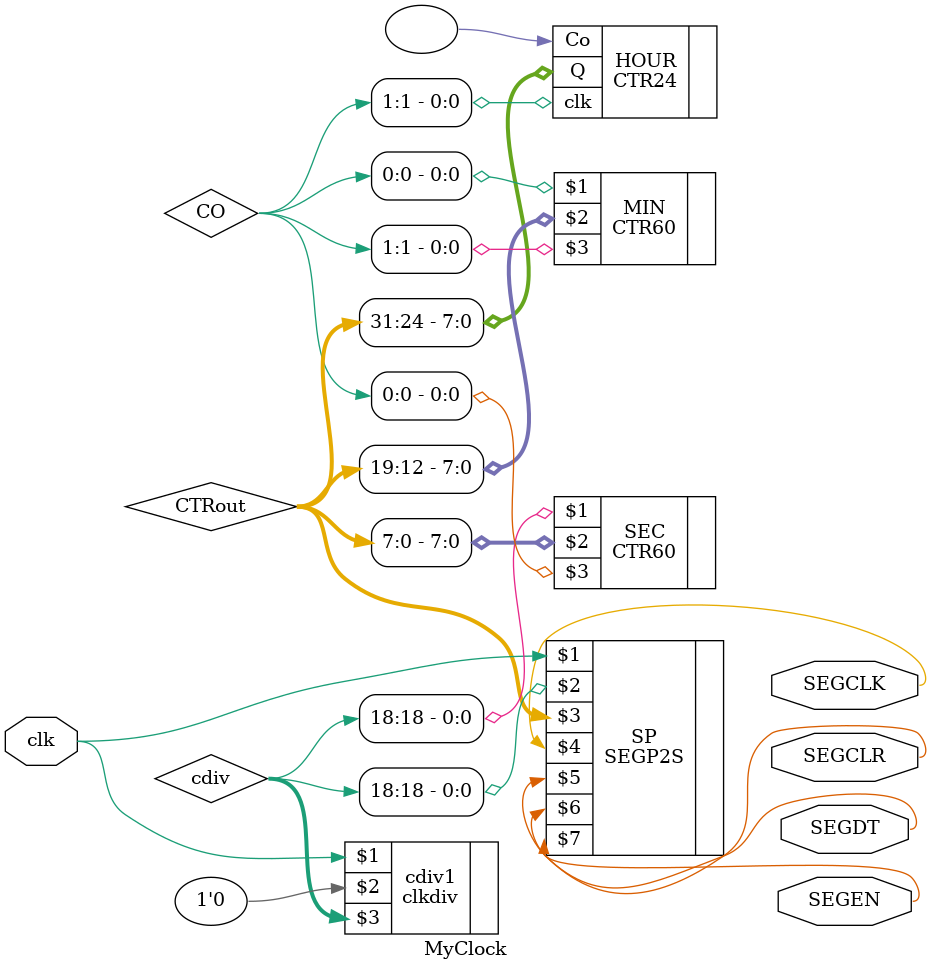
<source format=v>
`timescale 1ns / 1ps
module MyClock(
	 input clk,
	 output wire SEGCLK,
	 output wire SEGCLR,
	 output wire SEGDT,
	 output wire SEGEN
    );
	
	wire [31:0]cdiv;
	wire [1:0]CO;
	wire [31:0]CTRout;
	
	clkdiv
		cdiv1(clk,1'b0,cdiv[31:0]);
	
	CTR60
		SEC(cdiv[18],CTRout[7:0],CO[0]),
		MIN(CO[0],CTRout[19:12],CO[1]);
		
	CTR24
		HOUR(.clk(CO[1]),.Q(CTRout[31:24]),.Co());
	
	SEGP2S
		SP(clk,cdiv[18],CTRout,SEGCLK,SEGCLR,SEGDT,SEGEN);
endmodule

</source>
